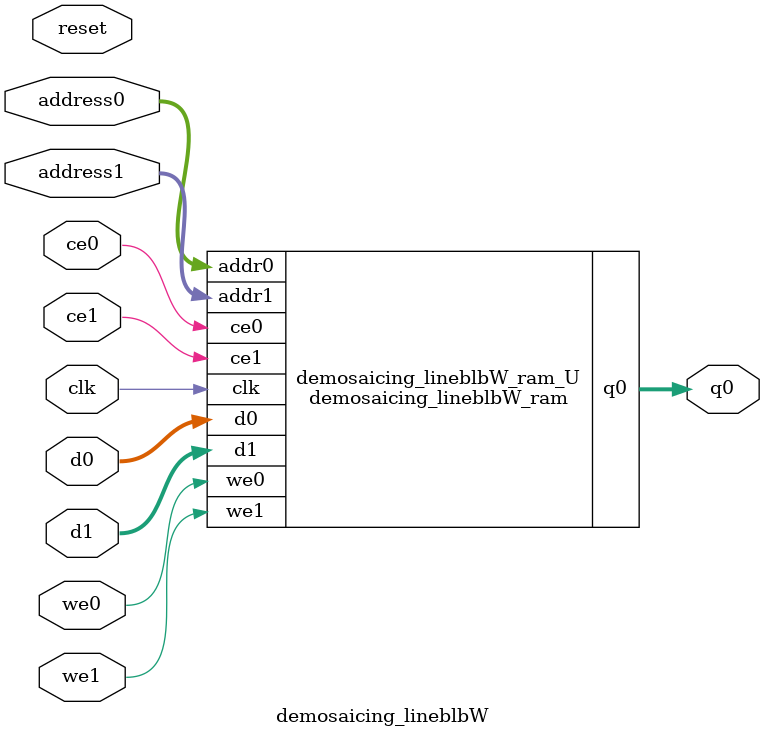
<source format=v>
`timescale 1 ns / 1 ps
module demosaicing_lineblbW_ram (addr0, ce0, d0, we0, q0, addr1, ce1, d1, we1,  clk);

parameter DWIDTH = 20;
parameter AWIDTH = 10;
parameter MEM_SIZE = 960;

input[AWIDTH-1:0] addr0;
input ce0;
input[DWIDTH-1:0] d0;
input we0;
output reg[DWIDTH-1:0] q0;
input[AWIDTH-1:0] addr1;
input ce1;
input[DWIDTH-1:0] d1;
input we1;
input clk;

(* ram_style = "block" *)reg [DWIDTH-1:0] ram[0:MEM_SIZE-1];




always @(posedge clk)  
begin 
    if (ce0) begin
        if (we0) 
            ram[addr0] <= d0; 
        q0 <= ram[addr0];
    end
end


always @(posedge clk)  
begin 
    if (ce1) begin
        if (we1) 
            ram[addr1] <= d1; 
    end
end


endmodule

`timescale 1 ns / 1 ps
module demosaicing_lineblbW(
    reset,
    clk,
    address0,
    ce0,
    we0,
    d0,
    q0,
    address1,
    ce1,
    we1,
    d1);

parameter DataWidth = 32'd20;
parameter AddressRange = 32'd960;
parameter AddressWidth = 32'd10;
input reset;
input clk;
input[AddressWidth - 1:0] address0;
input ce0;
input we0;
input[DataWidth - 1:0] d0;
output[DataWidth - 1:0] q0;
input[AddressWidth - 1:0] address1;
input ce1;
input we1;
input[DataWidth - 1:0] d1;



demosaicing_lineblbW_ram demosaicing_lineblbW_ram_U(
    .clk( clk ),
    .addr0( address0 ),
    .ce0( ce0 ),
    .we0( we0 ),
    .d0( d0 ),
    .q0( q0 ),
    .addr1( address1 ),
    .ce1( ce1 ),
    .we1( we1 ),
    .d1( d1 ));

endmodule


</source>
